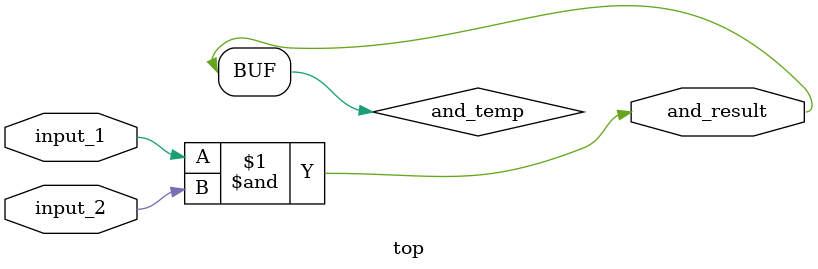
<source format=v>
module top 
  ( 
    input_1,
    input_2,
    and_result);
   
  input  input_1;
  input  input_2;
  output and_result;
 
  wire   and_temp;  
 
  assign and_temp = input_1 & input_2;
   
  assign and_result = and_temp;
 
endmodule // top
</source>
